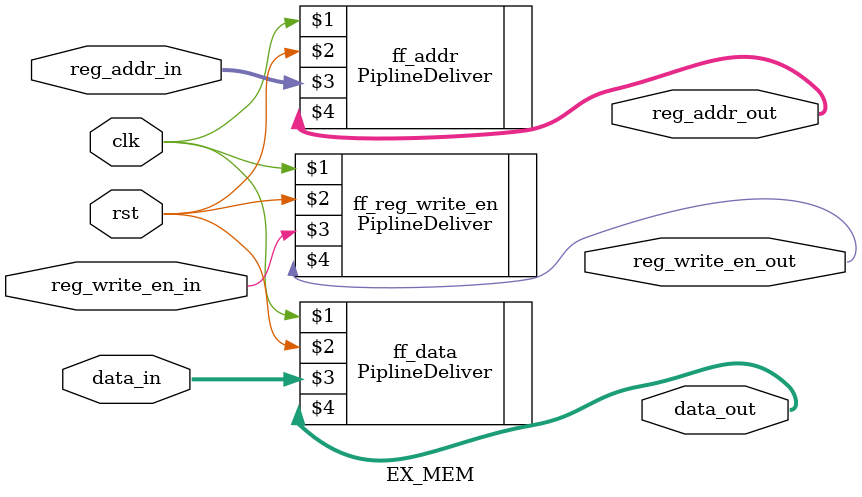
<source format=v>
`timescale 1ns / 1ps
`include "global.v"
module EX_MEM(
    input clk,
    input rst,
    input [31:0] data_in,
    input reg_write_en_in,
    input [4:0] reg_addr_in,
    output [31:0] data_out,
    output reg_write_en_out,
    output [4:0] reg_addr_out
    );
    PiplineDeliver#(32) ff_data(clk,rst,data_in,data_out);
    PiplineDeliver#(1) ff_reg_write_en(clk,rst,reg_write_en_in,reg_write_en_out);
    PiplineDeliver#(5) ff_addr(clk,rst,reg_addr_in,reg_addr_out);
endmodule

</source>
